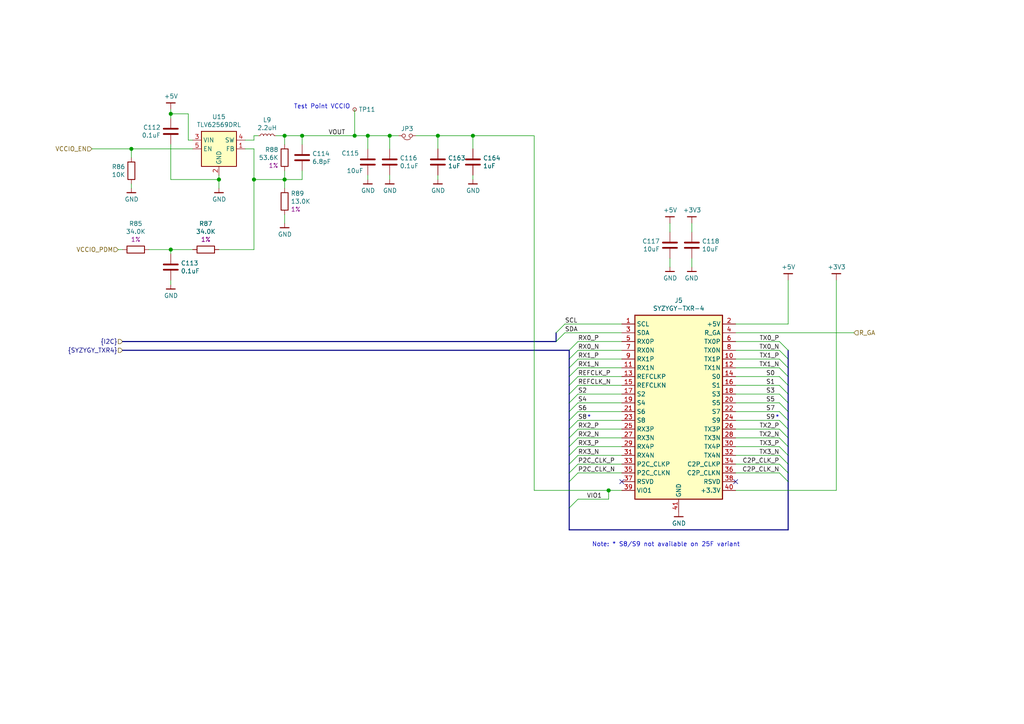
<source format=kicad_sch>
(kicad_sch (version 20201015) (generator eeschema)
  (paper "A4")
  (title_block (title "ButterStick") (date "2021-01-10") (rev "r1.0") (company "GsD") (comment 1 "Functional prototyping board for the Lattice ECP5.") (comment 2 "SYZYGY compatible"))
  (lib_symbols
    (symbol "Connector:TestPoint_Small" (pin_numbers hide) (pin_names (offset 0.762) hide)
      (property "Reference" "TP" (at 0 3.81 0))
      (property "Value" "TestPoint_Small" (at 0 2.032 0))
      (symbol "TestPoint_Small_0_1"
        (circle (center 0 0) (radius 0.508))
      )
      (symbol "TestPoint_Small_1_1"
        (pin passive line (at 0 0 90) (length 0) (name "1") (number "1"))
      )
    )
    (symbol "Device:C" (pin_numbers hide) (pin_names (offset 0.254))
      (property "Reference" "C" (at 0.635 2.54 0))
      (property "Value" "C" (at 0.635 -2.54 0))
      (symbol "C_0_1"
        (polyline (pts (xy -2.032 -0.762) (xy 2.032 -0.762)) (stroke (width 0.508)))
        (polyline (pts (xy -2.032 0.762) (xy 2.032 0.762)) (stroke (width 0.508)))
      )
      (symbol "C_1_1"
        (pin passive line (at 0 3.81 270) (length 2.794) (name "~") (number "1"))
        (pin passive line (at 0 -3.81 90) (length 2.794) (name "~") (number "2"))
      )
    )
    (symbol "Device:Jumper_NC_Small" (pin_numbers hide) (pin_names (offset 0.762) hide)
      (property "Reference" "JP" (at 0 2.032 0))
      (property "Value" "Jumper_NC_Small" (at 0.254 -1.524 0))
      (symbol "Jumper_NC_Small_0_1"
        (arc (start 1.016 0.762) (end -1.016 0.762) (radius (at 0 -0.254) (length 1.4478) (angles 45 135)))
        (circle (center -1.016 0) (radius 0.508))
        (circle (center 1.016 0) (radius 0.508))
        (pin passive line (at -2.54 0 0) (length 1.016) (name "1") (number "1"))
        (pin passive line (at 2.54 0 180) (length 1.016) (name "2") (number "2"))
      )
    )
    (symbol "Device:L_Small" (pin_numbers hide) (pin_names (offset 0.254) hide)
      (property "Reference" "L" (at 0.762 1.016 0))
      (property "Value" "L_Small" (at 0.762 -1.016 0))
      (symbol "L_Small_0_1"
        (arc (start 0 -2.032) (end 0 -1.016) (radius (at 0 -1.524) (length 0.508) (angles -89.9 89.9)))
        (arc (start 0 -1.016) (end 0 0) (radius (at 0 -0.508) (length 0.508) (angles -89.9 89.9)))
        (arc (start 0 0) (end 0 1.016) (radius (at 0 0.508) (length 0.508) (angles -89.9 89.9)))
        (arc (start 0 1.016) (end 0 2.032) (radius (at 0 1.524) (length 0.508) (angles -89.9 89.9)))
      )
      (symbol "L_Small_1_1"
        (pin passive line (at 0 2.54 270) (length 0.508) (name "~") (number "1"))
        (pin passive line (at 0 -2.54 90) (length 0.508) (name "~") (number "2"))
      )
    )
    (symbol "Device:R" (pin_numbers hide) (pin_names (offset 0))
      (property "Reference" "R" (at 2.032 0 90))
      (property "Value" "R" (at 0 0 90))
      (symbol "R_0_1"
        (rectangle (start -1.016 -2.54) (end 1.016 2.54) (stroke (width 0.254)))
      )
      (symbol "R_1_1"
        (pin passive line (at 0 3.81 270) (length 1.27) (name "~") (number "1"))
        (pin passive line (at 0 -3.81 90) (length 1.27) (name "~") (number "2"))
      )
    )
    (symbol "Device:R_1" (pin_numbers hide) (pin_names (offset 0))
      (property "Reference" "R" (at 2.032 0 90))
      (property "Value" "R" (at 0 0 90))
      (symbol "R_1_0_1"
        (rectangle (start -1.016 -2.54) (end 1.016 2.54) (stroke (width 0.254)))
      )
      (symbol "R_1_1_1"
        (pin passive line (at 0 3.81 270) (length 1.27) (name "~") (number "1"))
        (pin passive line (at 0 -3.81 90) (length 1.27) (name "~") (number "2"))
      )
    )
    (symbol "Device:R_2" (pin_numbers hide) (pin_names (offset 0))
      (property "Reference" "R" (at 2.032 0 90))
      (property "Value" "R" (at 0 0 90))
      (symbol "R_2_0_1"
        (rectangle (start -1.016 -2.54) (end 1.016 2.54) (stroke (width 0.254)))
      )
      (symbol "R_2_1_1"
        (pin passive line (at 0 3.81 270) (length 1.27) (name "~") (number "1"))
        (pin passive line (at 0 -3.81 90) (length 1.27) (name "~") (number "2"))
      )
    )
    (symbol "Device:R_3" (pin_numbers hide) (pin_names (offset 0))
      (property "Reference" "R" (at 2.032 0 90))
      (property "Value" "R" (at 0 0 90))
      (symbol "R_3_0_1"
        (rectangle (start -1.016 -2.54) (end 1.016 2.54) (stroke (width 0.254)))
      )
      (symbol "R_3_1_1"
        (pin passive line (at 0 3.81 270) (length 1.27) (name "~") (number "1"))
        (pin passive line (at 0 -3.81 90) (length 1.27) (name "~") (number "2"))
      )
    )
    (symbol "Device:R_4" (pin_numbers hide) (pin_names (offset 0))
      (property "Reference" "R" (at 2.032 0 90))
      (property "Value" "R" (at 0 0 90))
      (symbol "R_4_0_1"
        (rectangle (start -1.016 -2.54) (end 1.016 2.54) (stroke (width 0.254)))
      )
      (symbol "R_4_1_1"
        (pin passive line (at 0 3.81 270) (length 1.27) (name "~") (number "1"))
        (pin passive line (at 0 -3.81 90) (length 1.27) (name "~") (number "2"))
      )
    )
    (symbol "Regulator_Switching:TLV62569DRL"
      (property "Reference" "U" (at -5.08 6.35 0))
      (property "Value" "TLV62569DRL" (at 0 6.35 0))
      (symbol "TLV62569DRL_0_1"
        (rectangle (start -5.08 5.08) (end 5.08 -5.08) (stroke (width 0.254)) (fill (type background)))
      )
      (symbol "TLV62569DRL_1_1"
        (pin input line (at 7.62 0 180) (length 2.54) (name "FB") (number "1"))
        (pin power_in line (at 0 -7.62 90) (length 2.54) (name "GND") (number "2"))
        (pin power_in line (at -7.62 2.54 0) (length 2.54) (name "VIN") (number "3"))
        (pin power_out line (at 7.62 2.54 180) (length 2.54) (name "SW") (number "4"))
        (pin input line (at -7.62 0 0) (length 2.54) (name "EN") (number "5"))
        (pin unconnected line (at 5.08 -2.54 180) (length 2.54) hide (name "NC") (number "6"))
      )
    )
    (symbol "gkl_misc:SYZYGY-TXR-4"
      (property "Reference" "J" (at 0 27.94 0))
      (property "Value" "SYZYGY-TXR-4" (at 0 25.4 0))
      (symbol "SYZYGY-TXR-4_0_1"
        (rectangle (start -12.7 24.13) (end 12.7 -29.21) (stroke (width 0.3302)) (fill (type background)))
      )
      (symbol "SYZYGY-TXR-4_1_1"
        (pin input line (at -16.51 21.59 0) (length 3.81) (name "SCL") (number "1"))
        (pin input line (at 16.51 11.43 180) (length 3.81) (name "TX1P") (number "10"))
        (pin input line (at -16.51 8.89 0) (length 3.81) (name "RX1N") (number "11"))
        (pin input line (at 16.51 8.89 180) (length 3.81) (name "TX1N") (number "12"))
        (pin input line (at -16.51 6.35 0) (length 3.81) (name "REFCLKP") (number "13"))
        (pin input line (at 16.51 6.35 180) (length 3.81) (name "S0") (number "14"))
        (pin input line (at -16.51 3.81 0) (length 3.81) (name "REFCLKN") (number "15"))
        (pin input line (at 16.51 3.81 180) (length 3.81) (name "S1") (number "16"))
        (pin input line (at -16.51 1.27 0) (length 3.81) (name "S2") (number "17"))
        (pin input line (at 16.51 1.27 180) (length 3.81) (name "S3") (number "18"))
        (pin input line (at -16.51 -1.27 0) (length 3.81) (name "S4") (number "19"))
        (pin input line (at 16.51 21.59 180) (length 3.81) (name "+5V") (number "2"))
        (pin input line (at 16.51 -1.27 180) (length 3.81) (name "S5") (number "20"))
        (pin input line (at -16.51 -3.81 0) (length 3.81) (name "S6") (number "21"))
        (pin input line (at 16.51 -3.81 180) (length 3.81) (name "S7") (number "22"))
        (pin input line (at -16.51 -6.35 0) (length 3.81) (name "S8") (number "23"))
        (pin input line (at 16.51 -6.35 180) (length 3.81) (name "S9") (number "24"))
        (pin input line (at -16.51 -8.89 0) (length 3.81) (name "RX3P") (number "25"))
        (pin input line (at 16.51 -8.89 180) (length 3.81) (name "TX3P") (number "26"))
        (pin input line (at -16.51 -11.43 0) (length 3.81) (name "RX3N") (number "27"))
        (pin input line (at 16.51 -11.43 180) (length 3.81) (name "TX3N") (number "28"))
        (pin input line (at -16.51 -13.97 0) (length 3.81) (name "RX4P") (number "29"))
        (pin input line (at -16.51 19.05 0) (length 3.81) (name "SDA") (number "3"))
        (pin input line (at 16.51 -13.97 180) (length 3.81) (name "TX4P") (number "30"))
        (pin input line (at -16.51 -16.51 0) (length 3.81) (name "RX4N") (number "31"))
        (pin input line (at 16.51 -16.51 180) (length 3.81) (name "TX4N") (number "32"))
        (pin input line (at -16.51 -19.05 0) (length 3.81) (name "P2C_CLKP") (number "33"))
        (pin input line (at 16.51 -19.05 180) (length 3.81) (name "C2P_CLKP") (number "34"))
        (pin input line (at -16.51 -21.59 0) (length 3.81) (name "P2C_CLKN") (number "35"))
        (pin input line (at 16.51 -21.59 180) (length 3.81) (name "C2P_CLKN") (number "36"))
        (pin input line (at -16.51 -24.13 0) (length 3.81) (name "RSVD") (number "37"))
        (pin input line (at 16.51 -24.13 180) (length 3.81) (name "RSVD") (number "38"))
        (pin input line (at -16.51 -26.67 0) (length 3.81) (name "VIO1") (number "39"))
        (pin input line (at 16.51 19.05 180) (length 3.81) (name "R_GA") (number "4"))
        (pin input line (at 16.51 -26.67 180) (length 3.81) (name "+3.3V") (number "40"))
        (pin input line (at 0 -33.02 90) (length 3.81) (name "GND") (number "41"))
        (pin input line (at -16.51 16.51 0) (length 3.81) (name "RX0P") (number "5"))
        (pin input line (at 16.51 16.51 180) (length 3.81) (name "TX0P") (number "6"))
        (pin input line (at -16.51 13.97 0) (length 3.81) (name "RX0N") (number "7"))
        (pin input line (at 16.51 13.97 180) (length 3.81) (name "TX0N") (number "8"))
        (pin input line (at -16.51 11.43 0) (length 3.81) (name "RX1P") (number "9"))
      )
    )
    (symbol "gkl_power:+3V3" (power) (pin_names (offset 0))
      (property "Value" "+3V3" (at 0 3.556 0))
      (symbol "+3V3_0_1"
        (polyline (pts (xy -1.27 1.905) (xy 1.27 1.905)) (stroke (width 0.3048)))
        (polyline (pts (xy 0 0) (xy 0 1.905)))
      )
      (symbol "+3V3_1_1"
        (pin power_in line (at 0 0 90) (length 0) hide (name "+3V3") (number "1"))
      )
    )
    (symbol "gkl_power:+5V" (power) (pin_names (offset 0))
      (property "Value" "+5V" (at 0 3.175 0))
      (symbol "+5V_0_1"
        (polyline (pts (xy -1.27 1.905) (xy 1.27 1.905)) (stroke (width 0.3048)))
        (polyline (pts (xy 0 0) (xy 0 1.905)))
      )
      (symbol "+5V_1_1"
        (pin power_in line (at 0 0 90) (length 0) hide (name "+5V") (number "1"))
      )
    )
    (symbol "gkl_power:GND" (power) (pin_names (offset 0))
      (property "Value" "GND" (at 0 -2.54 0))
      (symbol "GND_0_1"
        (polyline (pts (xy 0 -1.27) (xy 0 0)))
        (polyline (pts (xy 1.27 -1.27) (xy -1.27 -1.27)) (stroke (width 0.3048)))
      )
      (symbol "GND_1_1"
        (pin power_in line (at 0 0 270) (length 0) hide (name "GND") (number "1"))
      )
    )
  )
  (junction (at 38.1 43.18) (diameter 1.016))
  (junction (at 49.53 33.02) (diameter 1.016))
  (junction (at 49.53 72.39) (diameter 1.016))
  (junction (at 63.5 52.07) (diameter 1.016))
  (junction (at 73.66 52.07) (diameter 1.016))
  (junction (at 82.55 39.37) (diameter 1.016))
  (junction (at 82.55 52.07) (diameter 1.016))
  (junction (at 87.63 39.37) (diameter 1.016))
  (junction (at 102.87 39.37) (diameter 1.016))
  (junction (at 106.68 39.37) (diameter 1.016))
  (junction (at 113.03 39.37) (diameter 1.016))
  (junction (at 127 39.37) (diameter 1.016))
  (junction (at 137.16 39.37) (diameter 1.016))
  (junction (at 176.53 142.24) (diameter 1.016))
  (no_connect (at 213.36 139.7))
  (no_connect (at 180.34 139.7))
  (bus_entry (at 161.29 96.52) (size 2.54 -2.54) (stroke (width 0.1524)))
  (bus_entry (at 161.29 99.06) (size 2.54 -2.54) (stroke (width 0.1524)))
  (bus_entry (at 165.1 101.6) (size 2.54 -2.54) (stroke (width 0.1524)))
  (bus_entry (at 165.1 104.14) (size 2.54 -2.54) (stroke (width 0.1524)))
  (bus_entry (at 165.1 106.68) (size 2.54 -2.54) (stroke (width 0.1524)))
  (bus_entry (at 165.1 109.22) (size 2.54 -2.54) (stroke (width 0.1524)))
  (bus_entry (at 165.1 111.76) (size 2.54 -2.54) (stroke (width 0.1524)))
  (bus_entry (at 165.1 114.3) (size 2.54 -2.54) (stroke (width 0.1524)))
  (bus_entry (at 165.1 116.84) (size 2.54 -2.54) (stroke (width 0.1524)))
  (bus_entry (at 165.1 119.38) (size 2.54 -2.54) (stroke (width 0.1524)))
  (bus_entry (at 165.1 121.92) (size 2.54 -2.54) (stroke (width 0.1524)))
  (bus_entry (at 165.1 124.46) (size 2.54 -2.54) (stroke (width 0.1524)))
  (bus_entry (at 165.1 127) (size 2.54 -2.54) (stroke (width 0.1524)))
  (bus_entry (at 165.1 129.54) (size 2.54 -2.54) (stroke (width 0.1524)))
  (bus_entry (at 165.1 132.08) (size 2.54 -2.54) (stroke (width 0.1524)))
  (bus_entry (at 165.1 134.62) (size 2.54 -2.54) (stroke (width 0.1524)))
  (bus_entry (at 165.1 137.16) (size 2.54 -2.54) (stroke (width 0.1524)))
  (bus_entry (at 165.1 139.7) (size 2.54 -2.54) (stroke (width 0.1524)))
  (bus_entry (at 165.1 147.32) (size 2.54 -2.54) (stroke (width 0.1524)))
  (bus_entry (at 228.6 101.6) (size -2.54 -2.54) (stroke (width 0.1524)))
  (bus_entry (at 228.6 104.14) (size -2.54 -2.54) (stroke (width 0.1524)))
  (bus_entry (at 228.6 106.68) (size -2.54 -2.54) (stroke (width 0.1524)))
  (bus_entry (at 228.6 109.22) (size -2.54 -2.54) (stroke (width 0.1524)))
  (bus_entry (at 228.6 111.76) (size -2.54 -2.54) (stroke (width 0.1524)))
  (bus_entry (at 228.6 114.3) (size -2.54 -2.54) (stroke (width 0.1524)))
  (bus_entry (at 228.6 116.84) (size -2.54 -2.54) (stroke (width 0.1524)))
  (bus_entry (at 228.6 119.38) (size -2.54 -2.54) (stroke (width 0.1524)))
  (bus_entry (at 228.6 121.92) (size -2.54 -2.54) (stroke (width 0.1524)))
  (bus_entry (at 228.6 124.46) (size -2.54 -2.54) (stroke (width 0.1524)))
  (bus_entry (at 228.6 127) (size -2.54 -2.54) (stroke (width 0.1524)))
  (bus_entry (at 228.6 129.54) (size -2.54 -2.54) (stroke (width 0.1524)))
  (bus_entry (at 228.6 132.08) (size -2.54 -2.54) (stroke (width 0.1524)))
  (bus_entry (at 228.6 134.62) (size -2.54 -2.54) (stroke (width 0.1524)))
  (bus_entry (at 228.6 137.16) (size -2.54 -2.54) (stroke (width 0.1524)))
  (bus_entry (at 228.6 139.7) (size -2.54 -2.54) (stroke (width 0.1524)))
  (wire (pts (xy 26.67 43.18) (xy 38.1 43.18)))
  (wire (pts (xy 34.29 72.39) (xy 35.56 72.39)))
  (wire (pts (xy 38.1 43.18) (xy 38.1 45.72)))
  (wire (pts (xy 38.1 43.18) (xy 55.88 43.18)))
  (wire (pts (xy 38.1 53.34) (xy 38.1 54.61)))
  (wire (pts (xy 43.18 72.39) (xy 49.53 72.39)))
  (wire (pts (xy 49.53 31.75) (xy 49.53 33.02)))
  (wire (pts (xy 49.53 33.02) (xy 49.53 34.29)))
  (wire (pts (xy 49.53 41.91) (xy 49.53 52.07)))
  (wire (pts (xy 49.53 52.07) (xy 63.5 52.07)))
  (wire (pts (xy 49.53 72.39) (xy 55.88 72.39)))
  (wire (pts (xy 49.53 73.66) (xy 49.53 72.39)))
  (wire (pts (xy 49.53 81.28) (xy 49.53 82.55)))
  (wire (pts (xy 54.61 33.02) (xy 49.53 33.02)))
  (wire (pts (xy 54.61 40.64) (xy 54.61 33.02)))
  (wire (pts (xy 55.88 40.64) (xy 54.61 40.64)))
  (wire (pts (xy 63.5 50.8) (xy 63.5 52.07)))
  (wire (pts (xy 63.5 52.07) (xy 63.5 54.61)))
  (wire (pts (xy 63.5 72.39) (xy 73.66 72.39)))
  (wire (pts (xy 71.12 40.64) (xy 73.66 40.64)))
  (wire (pts (xy 71.12 43.18) (xy 73.66 43.18)))
  (wire (pts (xy 73.66 39.37) (xy 74.93 39.37)))
  (wire (pts (xy 73.66 40.64) (xy 73.66 39.37)))
  (wire (pts (xy 73.66 43.18) (xy 73.66 52.07)))
  (wire (pts (xy 73.66 52.07) (xy 73.66 72.39)))
  (wire (pts (xy 73.66 52.07) (xy 82.55 52.07)))
  (wire (pts (xy 80.01 39.37) (xy 82.55 39.37)))
  (wire (pts (xy 82.55 39.37) (xy 82.55 41.91)))
  (wire (pts (xy 82.55 39.37) (xy 87.63 39.37)))
  (wire (pts (xy 82.55 49.53) (xy 82.55 52.07)))
  (wire (pts (xy 82.55 52.07) (xy 82.55 54.61)))
  (wire (pts (xy 82.55 62.23) (xy 82.55 64.77)))
  (wire (pts (xy 87.63 39.37) (xy 87.63 41.91)))
  (wire (pts (xy 87.63 39.37) (xy 102.87 39.37)))
  (wire (pts (xy 87.63 49.53) (xy 87.63 52.07)))
  (wire (pts (xy 87.63 52.07) (xy 82.55 52.07)))
  (wire (pts (xy 102.87 31.75) (xy 102.87 39.37)))
  (wire (pts (xy 102.87 39.37) (xy 106.68 39.37)))
  (wire (pts (xy 106.68 43.18) (xy 106.68 39.37)))
  (wire (pts (xy 106.68 50.8) (xy 106.68 52.07)))
  (wire (pts (xy 113.03 39.37) (xy 106.68 39.37)))
  (wire (pts (xy 113.03 39.37) (xy 113.03 43.18)))
  (wire (pts (xy 113.03 39.37) (xy 115.57 39.37)))
  (wire (pts (xy 113.03 50.8) (xy 113.03 52.07)))
  (wire (pts (xy 120.65 39.37) (xy 127 39.37)))
  (wire (pts (xy 127 39.37) (xy 127 43.18)))
  (wire (pts (xy 127 39.37) (xy 137.16 39.37)))
  (wire (pts (xy 127 50.8) (xy 127 52.07)))
  (wire (pts (xy 137.16 39.37) (xy 137.16 43.18)))
  (wire (pts (xy 137.16 39.37) (xy 154.94 39.37)))
  (wire (pts (xy 137.16 50.8) (xy 137.16 52.07)))
  (wire (pts (xy 154.94 39.37) (xy 154.94 142.24)))
  (wire (pts (xy 154.94 142.24) (xy 176.53 142.24)))
  (wire (pts (xy 163.83 93.98) (xy 180.34 93.98)))
  (wire (pts (xy 163.83 96.52) (xy 180.34 96.52)))
  (wire (pts (xy 167.64 99.06) (xy 180.34 99.06)))
  (wire (pts (xy 167.64 101.6) (xy 180.34 101.6)))
  (wire (pts (xy 167.64 104.14) (xy 180.34 104.14)))
  (wire (pts (xy 167.64 106.68) (xy 180.34 106.68)))
  (wire (pts (xy 167.64 109.22) (xy 180.34 109.22)))
  (wire (pts (xy 167.64 111.76) (xy 180.34 111.76)))
  (wire (pts (xy 167.64 114.3) (xy 180.34 114.3)))
  (wire (pts (xy 167.64 116.84) (xy 180.34 116.84)))
  (wire (pts (xy 167.64 119.38) (xy 180.34 119.38)))
  (wire (pts (xy 167.64 121.92) (xy 180.34 121.92)))
  (wire (pts (xy 167.64 124.46) (xy 180.34 124.46)))
  (wire (pts (xy 167.64 127) (xy 180.34 127)))
  (wire (pts (xy 167.64 129.54) (xy 180.34 129.54)))
  (wire (pts (xy 167.64 132.08) (xy 180.34 132.08)))
  (wire (pts (xy 167.64 134.62) (xy 180.34 134.62)))
  (wire (pts (xy 167.64 137.16) (xy 180.34 137.16)))
  (wire (pts (xy 167.64 144.78) (xy 176.53 144.78)))
  (wire (pts (xy 176.53 142.24) (xy 180.34 142.24)))
  (wire (pts (xy 176.53 144.78) (xy 176.53 142.24)))
  (wire (pts (xy 194.31 64.77) (xy 194.31 67.31)))
  (wire (pts (xy 194.31 74.93) (xy 194.31 77.47)))
  (wire (pts (xy 200.66 64.77) (xy 200.66 67.31)))
  (wire (pts (xy 200.66 74.93) (xy 200.66 77.47)))
  (wire (pts (xy 213.36 93.98) (xy 228.6 93.98)))
  (wire (pts (xy 213.36 96.52) (xy 247.65 96.52)))
  (wire (pts (xy 213.36 99.06) (xy 226.06 99.06)))
  (wire (pts (xy 213.36 101.6) (xy 226.06 101.6)))
  (wire (pts (xy 213.36 104.14) (xy 226.06 104.14)))
  (wire (pts (xy 213.36 106.68) (xy 226.06 106.68)))
  (wire (pts (xy 213.36 109.22) (xy 226.06 109.22)))
  (wire (pts (xy 213.36 111.76) (xy 226.06 111.76)))
  (wire (pts (xy 213.36 114.3) (xy 226.06 114.3)))
  (wire (pts (xy 213.36 116.84) (xy 226.06 116.84)))
  (wire (pts (xy 213.36 119.38) (xy 226.06 119.38)))
  (wire (pts (xy 213.36 121.92) (xy 226.06 121.92)))
  (wire (pts (xy 213.36 124.46) (xy 226.06 124.46)))
  (wire (pts (xy 213.36 127) (xy 226.06 127)))
  (wire (pts (xy 213.36 129.54) (xy 226.06 129.54)))
  (wire (pts (xy 213.36 132.08) (xy 226.06 132.08)))
  (wire (pts (xy 213.36 134.62) (xy 226.06 134.62)))
  (wire (pts (xy 213.36 137.16) (xy 226.06 137.16)))
  (wire (pts (xy 213.36 142.24) (xy 242.57 142.24)))
  (wire (pts (xy 228.6 93.98) (xy 228.6 81.28)))
  (wire (pts (xy 242.57 142.24) (xy 242.57 81.28)))
  (bus (pts (xy 35.56 99.06) (xy 161.29 99.06)))
  (bus (pts (xy 35.56 101.6) (xy 165.1 101.6)))
  (bus (pts (xy 161.29 96.52) (xy 161.29 99.06)))
  (bus (pts (xy 165.1 101.6) (xy 165.1 104.14)))
  (bus (pts (xy 165.1 104.14) (xy 165.1 106.68)))
  (bus (pts (xy 165.1 106.68) (xy 165.1 109.22)))
  (bus (pts (xy 165.1 109.22) (xy 165.1 111.76)))
  (bus (pts (xy 165.1 111.76) (xy 165.1 114.3)))
  (bus (pts (xy 165.1 114.3) (xy 165.1 116.84)))
  (bus (pts (xy 165.1 116.84) (xy 165.1 119.38)))
  (bus (pts (xy 165.1 119.38) (xy 165.1 121.92)))
  (bus (pts (xy 165.1 121.92) (xy 165.1 124.46)))
  (bus (pts (xy 165.1 124.46) (xy 165.1 127)))
  (bus (pts (xy 165.1 127) (xy 165.1 129.54)))
  (bus (pts (xy 165.1 129.54) (xy 165.1 132.08)))
  (bus (pts (xy 165.1 132.08) (xy 165.1 134.62)))
  (bus (pts (xy 165.1 134.62) (xy 165.1 137.16)))
  (bus (pts (xy 165.1 137.16) (xy 165.1 139.7)))
  (bus (pts (xy 165.1 139.7) (xy 165.1 147.32)))
  (bus (pts (xy 165.1 147.32) (xy 165.1 153.67)))
  (bus (pts (xy 165.1 153.67) (xy 228.6 153.67)))
  (bus (pts (xy 228.6 101.6) (xy 228.6 104.14)))
  (bus (pts (xy 228.6 104.14) (xy 228.6 106.68)))
  (bus (pts (xy 228.6 106.68) (xy 228.6 109.22)))
  (bus (pts (xy 228.6 109.22) (xy 228.6 111.76)))
  (bus (pts (xy 228.6 111.76) (xy 228.6 114.3)))
  (bus (pts (xy 228.6 114.3) (xy 228.6 116.84)))
  (bus (pts (xy 228.6 116.84) (xy 228.6 119.38)))
  (bus (pts (xy 228.6 119.38) (xy 228.6 121.92)))
  (bus (pts (xy 228.6 121.92) (xy 228.6 124.46)))
  (bus (pts (xy 228.6 124.46) (xy 228.6 127)))
  (bus (pts (xy 228.6 127) (xy 228.6 129.54)))
  (bus (pts (xy 228.6 129.54) (xy 228.6 132.08)))
  (bus (pts (xy 228.6 132.08) (xy 228.6 134.62)))
  (bus (pts (xy 228.6 134.62) (xy 228.6 137.16)))
  (bus (pts (xy 228.6 137.16) (xy 228.6 139.7)))
  (bus (pts (xy 228.6 139.7) (xy 228.6 153.67)))
  (text "Test Point VCCIO" (at 101.6 31.75 180) (effects (font (size 1.27 1.27)) (justify right bottom)))
  (text "*\n" (at 171.45 121.92 180) (effects (font (size 1.27 1.27)) (justify right bottom)))
  (text "Note: * S8/S9 not available on 25F variant" (at 214.63 158.75 180) (effects (font (size 1.27 1.27)) (justify right bottom)))
  (text "*\n" (at 226.06 121.92 180) (effects (font (size 1.27 1.27)) (justify right bottom)))
  (label "VOUT" (at 95.25 39.37 0))
  (label "SCL" (at 163.83 93.98 0))
  (label "SDA" (at 163.83 96.52 0))
  (label "RX0_P" (at 167.64 99.06 0))
  (label "RX0_N" (at 167.64 101.6 0))
  (label "RX1_P" (at 167.64 104.14 0))
  (label "RX1_N" (at 167.64 106.68 0))
  (label "REFCLK_P" (at 167.64 109.22 0))
  (label "REFCLK_N" (at 167.64 111.76 0))
  (label "S2" (at 167.64 114.3 0))
  (label "S4" (at 167.64 116.84 0))
  (label "S6" (at 167.64 119.38 0))
  (label "S8" (at 167.64 121.92 0))
  (label "RX2_P" (at 167.64 124.46 0))
  (label "RX2_N" (at 167.64 127 0))
  (label "RX3_P" (at 167.64 129.54 0))
  (label "RX3_N" (at 167.64 132.08 0))
  (label "P2C_CLK_P" (at 167.64 134.62 0))
  (label "P2C_CLK_N" (at 167.64 137.16 0))
  (label "VIO1" (at 170.18 144.78 0))
  (label "S0" (at 224.79 109.22 180))
  (label "S1" (at 224.79 111.76 180))
  (label "S3" (at 224.79 114.3 180))
  (label "S5" (at 224.79 116.84 180))
  (label "S7" (at 224.79 119.38 180))
  (label "S9" (at 224.79 121.92 180))
  (label "TX0_P" (at 226.06 99.06 180))
  (label "TX0_N" (at 226.06 101.6 180))
  (label "TX1_P" (at 226.06 104.14 180))
  (label "TX1_N" (at 226.06 106.68 180))
  (label "TX2_P" (at 226.06 124.46 180))
  (label "TX2_N" (at 226.06 127 180))
  (label "TX3_P" (at 226.06 129.54 180))
  (label "TX3_N" (at 226.06 132.08 180))
  (label "C2P_CLK_P" (at 226.06 134.62 180))
  (label "C2P_CLK_N" (at 226.06 137.16 180))
  (hierarchical_label "VCCIO_EN" (shape input) (at 26.67 43.18 180))
  (hierarchical_label "VCCIO_PDM" (shape input) (at 34.29 72.39 180))
  (hierarchical_label "{I2C}" (shape input) (at 35.56 99.06 180))
  (hierarchical_label "{SYZYGY_TXR4}" (shape input) (at 35.56 101.6 180))
  (hierarchical_label "R_GA" (shape input) (at 247.65 96.52 0))
  (symbol (lib_id "Connector:TestPoint_Small") (at 102.87 31.75 0) (unit 1)
    (property "Reference" "TP11" (at 104.0131 31.75 0) (effects (justify left)))
    (property "Value" "TestPoint_Small" (effects hide))
    (property "Footprint" "TestPoint:TestPoint_Pad_D1.5mm" (effects hide))
    (property "PN" "DNP" (effects hide))
  )
  (symbol (lib_id "Device:L_Small") (at 77.47 39.37 90) (unit 1)
    (property "Reference" "L9" (at 77.47 34.7788 90))
    (property "Value" "2.2uH" (at 77.47 37.0775 90))
    (property "Footprint" "Inductor_SMD:L_0805_2012Metric" (effects hide))
    (property "Mfg" "Sunltech Tech" (effects hide))
    (property "PN" "SLM20122R2MIT" (effects hide))
  )
  (symbol (lib_id "gkl_power:GND") (at 38.1 54.61 0) (unit 1)
    (property "Reference" "#PWR0196" (effects hide))
    (property "Value" "GND" (at 38.1762 57.8104 0))
  )
  (symbol (lib_id "gkl_power:GND") (at 49.53 82.55 0) (unit 1)
    (property "Reference" "#PWR0197" (effects hide))
    (property "Value" "GND" (at 49.6062 85.7504 0))
  )
  (symbol (lib_id "gkl_power:GND") (at 63.5 54.61 0) (unit 1)
    (property "Reference" "#PWR0195" (effects hide))
    (property "Value" "GND" (at 63.5762 57.8104 0))
  )
  (symbol (lib_id "gkl_power:GND") (at 82.55 64.77 0) (unit 1)
    (property "Reference" "#PWR0199" (effects hide))
    (property "Value" "GND" (at 82.6262 67.9704 0))
  )
  (symbol (lib_id "gkl_power:GND") (at 106.68 52.07 0) (unit 1)
    (property "Reference" "#PWR0200" (effects hide))
    (property "Value" "GND" (at 106.7562 55.2704 0))
  )
  (symbol (lib_id "gkl_power:GND") (at 113.03 52.07 0) (unit 1)
    (property "Reference" "#PWR0201" (effects hide))
    (property "Value" "GND" (at 113.1062 55.2704 0))
  )
  (symbol (lib_id "gkl_power:GND") (at 127 52.07 0) (unit 1)
    (property "Reference" "#PWR0256" (effects hide))
    (property "Value" "GND" (at 127.0762 55.2704 0))
  )
  (symbol (lib_id "gkl_power:GND") (at 137.16 52.07 0) (unit 1)
    (property "Reference" "#PWR0255" (effects hide))
    (property "Value" "GND" (at 137.2362 55.2704 0))
  )
  (symbol (lib_id "gkl_power:GND") (at 194.31 77.47 0) (unit 1)
    (property "Reference" "#PWR0203" (effects hide))
    (property "Value" "GND" (at 194.3862 80.6704 0))
  )
  (symbol (lib_id "gkl_power:GND") (at 196.85 148.59 0) (unit 1)
    (property "Reference" "#PWR0204" (effects hide))
    (property "Value" "GND" (at 196.9262 151.7904 0))
  )
  (symbol (lib_id "gkl_power:GND") (at 200.66 77.47 0) (mirror y) (unit 1)
    (property "Reference" "#PWR0206" (effects hide))
    (property "Value" "GND" (at 200.5838 80.6704 0))
  )
  (symbol (lib_id "gkl_power:+5V") (at 49.53 31.75 0) (unit 1)
    (property "Reference" "#PWR0194" (effects hide))
    (property "Value" "+5V" (at 49.6062 27.9146 0))
  )
  (symbol (lib_id "gkl_power:+5V") (at 194.31 64.77 0) (unit 1)
    (property "Reference" "#PWR0202" (effects hide))
    (property "Value" "+5V" (at 194.3862 60.9346 0))
  )
  (symbol (lib_id "gkl_power:+3V3") (at 200.66 64.77 0) (unit 1)
    (property "Reference" "#PWR0205" (effects hide))
    (property "Value" "+3V3" (at 200.7362 60.9346 0))
  )
  (symbol (lib_id "gkl_power:+5V") (at 228.6 81.28 0) (unit 1)
    (property "Reference" "#PWR0207" (effects hide))
    (property "Value" "+5V" (at 228.6762 77.4446 0))
  )
  (symbol (lib_id "gkl_power:+3V3") (at 242.57 81.28 0) (unit 1)
    (property "Reference" "#PWR0208" (effects hide))
    (property "Value" "+3V3" (at 242.6462 77.4446 0))
  )
  (symbol (lib_id "Device:Jumper_NC_Small") (at 118.11 39.37 0) (mirror x) (unit 1) (in_bom no)
    (property "Reference" "JP3" (at 118.11 37.338 0))
    (property "Value" "Jumper_NC" (effects hide))
    (property "Footprint" "Jumper:SolderJumper-2_P1.3mm_Bridged2Bar_RoundedPad1.0x1.5mm" (effects hide))
    (property "PN" "DNP" (effects hide))
  )
  (symbol (lib_id "Device:R") (at 38.1 49.53 180) (unit 1)
    (property "Reference" "R86" (at 36.3219 48.3806 0) (effects (justify left)))
    (property "Value" "10K" (at 36.3219 50.6793 0) (effects (justify left)))
    (property "Footprint" "Resistor_SMD:R_0402_1005Metric" (effects hide))
    (property "PN" "RC0402FR-0710KL" (effects hide))
    (property "Mfg" "Yageo" (effects hide))
  )
  (symbol (lib_name "Device:R_3") (lib_id "Device:R") (at 39.37 72.39 270) (unit 1)
    (property "Reference" "R85" (at 39.37 64.8652 90))
    (property "Value" "34.0K" (at 39.37 67.1639 90))
    (property "Footprint" "Resistor_SMD:R_0402_1005Metric" (effects hide))
    (property "PN" "RC0402FR-0734KL" (effects hide))
    (property "Mfg" "Yageo" (effects hide))
    (property "Tol" "1%" (at 39.37 69.4626 90))
  )
  (symbol (lib_name "Device:R_4") (lib_id "Device:R") (at 59.69 72.39 270) (unit 1)
    (property "Reference" "R87" (at 59.69 64.8652 90))
    (property "Value" "34.0K" (at 59.69 67.1639 90))
    (property "Footprint" "Resistor_SMD:R_0402_1005Metric" (effects hide))
    (property "PN" "RC0402FR-0734KL" (effects hide))
    (property "Mfg" "Yageo" (effects hide))
    (property "Tol" "1%" (at 59.69 69.4626 90))
  )
  (symbol (lib_name "Device:R_1") (lib_id "Device:R") (at 82.55 45.72 180) (unit 1)
    (property "Reference" "R88" (at 80.772 43.4213 0) (effects (justify left)))
    (property "Value" "53.6K" (at 80.772 45.72 0) (effects (justify left)))
    (property "Footprint" "Resistor_SMD:R_0402_1005Metric" (effects hide))
    (property "PN" "RC0402FR-0753K6L" (effects hide))
    (property "Mfg" "Yageo" (effects hide))
    (property "Tol" "1%" (at 80.772 48.0187 0) (effects (justify left)))
  )
  (symbol (lib_name "Device:R_2") (lib_id "Device:R") (at 82.55 58.42 180) (unit 1)
    (property "Reference" "R89" (at 84.3281 56.1213 0) (effects (justify right)))
    (property "Value" "13.0K" (at 84.3281 58.42 0) (effects (justify right)))
    (property "Footprint" "Resistor_SMD:R_0402_1005Metric" (effects hide))
    (property "PN" "RC0402FR-0713KL" (effects hide))
    (property "Mfg" "Yageo" (effects hide))
    (property "Tol" "1%" (at 84.3281 60.7187 0) (effects (justify right)))
  )
  (symbol (lib_id "Device:C") (at 49.53 38.1 0) (mirror y) (unit 1)
    (property "Reference" "C112" (at 46.609 36.957 0) (effects (justify left)))
    (property "Value" "0.1uF" (at 46.609 39.243 0) (effects (justify left)))
    (property "Footprint" "Capacitor_SMD:C_0402_1005Metric" (effects hide))
    (property "Mfg" "Yageo" (effects hide))
    (property "PN" "CC0402KRX5R6BB104" (effects hide))
    (property "Tol" "10V / X5R" (effects hide))
  )
  (symbol (lib_id "Device:C") (at 49.53 77.47 0) (unit 1)
    (property "Reference" "C113" (at 52.451 76.327 0) (effects (justify left)))
    (property "Value" "0.1uF" (at 52.451 78.613 0) (effects (justify left)))
    (property "Footprint" "Capacitor_SMD:C_0402_1005Metric" (effects hide))
    (property "Mfg" "Yageo" (effects hide))
    (property "PN" "CC0402KRX5R6BB104" (effects hide))
    (property "Tol" "10V / X5R" (effects hide))
  )
  (symbol (lib_id "Device:C") (at 87.63 45.72 0) (unit 1)
    (property "Reference" "C114" (at 90.5511 44.5706 0) (effects (justify left)))
    (property "Value" "6.8pF" (at 90.5511 46.8693 0) (effects (justify left)))
    (property "Footprint" "Capacitor_SMD:C_0402_1005Metric" (effects hide))
    (property "Mfg" "Yageo" (effects hide))
    (property "PN" "CC0402CRNPO9BN6R8" (effects hide))
  )
  (symbol (lib_id "Device:C") (at 106.68 46.99 0) (unit 1)
    (property "Reference" "C115" (at 104.14 44.45 0) (effects (justify right)))
    (property "Value" "10uF" (at 105.41 49.53 0) (effects (justify right)))
    (property "Footprint" "Capacitor_SMD:C_0603_1608Metric" (effects hide))
    (property "Mfg" "Yageo" (effects hide))
    (property "PN" "CC0603KRX5R5BB106" (effects hide))
  )
  (symbol (lib_id "Device:C") (at 113.03 46.99 0) (mirror y) (unit 1)
    (property "Reference" "C116" (at 115.951 45.847 0) (effects (justify right)))
    (property "Value" "0.1uF" (at 115.951 48.133 0) (effects (justify right)))
    (property "Footprint" "Capacitor_SMD:C_0402_1005Metric" (effects hide))
    (property "Mfg" "Yageo" (effects hide))
    (property "PN" "CC0402KRX5R6BB104" (effects hide))
    (property "Tol" "10V / X5R" (effects hide))
  )
  (symbol (lib_id "Device:C") (at 127 46.99 0) (mirror y) (unit 1)
    (property "Reference" "C163" (at 129.921 45.847 0) (effects (justify right)))
    (property "Value" "1uF" (at 129.921 48.133 0) (effects (justify right)))
    (property "Footprint" "Capacitor_SMD:C_0402_1005Metric" (effects hide))
    (property "Mfg" "Yageo" (effects hide))
    (property "PN" "CC0402KRX5R6BB105" (effects hide))
  )
  (symbol (lib_id "Device:C") (at 137.16 46.99 0) (mirror y) (unit 1)
    (property "Reference" "C164" (at 140.081 45.847 0) (effects (justify right)))
    (property "Value" "1uF" (at 140.081 48.133 0) (effects (justify right)))
    (property "Footprint" "Capacitor_SMD:C_0402_1005Metric" (effects hide))
    (property "Mfg" "Yageo" (effects hide))
    (property "PN" "CC0402KRX5R6BB105" (effects hide))
  )
  (symbol (lib_id "Device:C") (at 194.31 71.12 0) (unit 1)
    (property "Reference" "C117" (at 191.389 69.977 0) (effects (justify right)))
    (property "Value" "10uF" (at 191.389 72.263 0) (effects (justify right)))
    (property "Footprint" "Capacitor_SMD:C_0603_1608Metric" (effects hide))
    (property "Mfg" "Yageo" (effects hide))
    (property "PN" "CC0603KRX5R5BB106" (effects hide))
  )
  (symbol (lib_id "Device:C") (at 200.66 71.12 0) (mirror y) (unit 1)
    (property "Reference" "C118" (at 203.581 69.977 0) (effects (justify right)))
    (property "Value" "10uF" (at 203.581 72.263 0) (effects (justify right)))
    (property "Footprint" "Capacitor_SMD:C_0603_1608Metric" (effects hide))
    (property "Mfg" "Yageo" (effects hide))
    (property "PN" "CC0603KRX5R5BB106" (effects hide))
  )
  (symbol (lib_id "Regulator_Switching:TLV62569DRL") (at 63.5 43.18 0) (unit 1)
    (property "Reference" "U15" (at 63.5 33.8898 0))
    (property "Value" "TLV62569DRL" (at 63.5 36.1885 0))
    (property "Footprint" "Package_TO_SOT_SMD:SOT-563" (effects hide))
    (property "Datasheet" "http://www.ti.com/lit/ds/symlink/tlv62569.pdf" (effects hide))
    (property "Mfg" "Texas Instruments" (effects hide))
    (property "PN" "TLV62569DRLR" (effects hide))
  )
  (symbol (lib_id "gkl_misc:SYZYGY-TXR-4") (at 196.85 115.57 0) (unit 1)
    (property "Reference" "J5" (at 196.85 87.1474 0))
    (property "Value" "SYZYGY-TXR-4" (at 196.85 89.4588 0))
    (property "Footprint" "gkl_conn:SYZYGY_Transcieiver" (effects hide))
    (property "Mfg" "Samtec Inc." (effects hide))
    (property "PN" "QSH-020-01-F-D-DP-A" (effects hide))
  )
)
</source>
